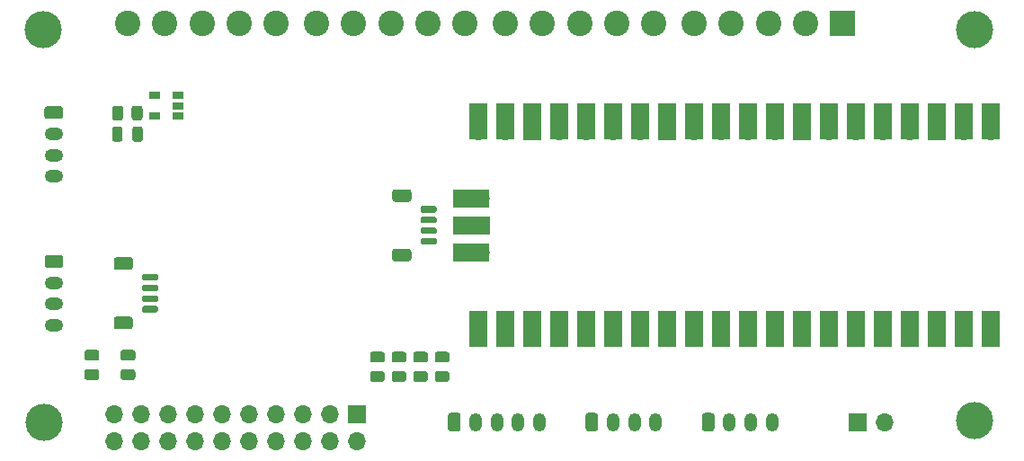
<source format=gts>
G04 #@! TF.GenerationSoftware,KiCad,Pcbnew,(5.1.12)-1*
G04 #@! TF.CreationDate,2021-12-05T18:21:47-06:00*
G04 #@! TF.ProjectId,PicoFightingBoard,5069636f-4669-4676-9874-696e67426f61,rev?*
G04 #@! TF.SameCoordinates,Original*
G04 #@! TF.FileFunction,Soldermask,Top*
G04 #@! TF.FilePolarity,Negative*
%FSLAX46Y46*%
G04 Gerber Fmt 4.6, Leading zero omitted, Abs format (unit mm)*
G04 Created by KiCad (PCBNEW (5.1.12)-1) date 2021-12-05 18:21:47*
%MOMM*%
%LPD*%
G01*
G04 APERTURE LIST*
%ADD10O,1.750000X1.200000*%
%ADD11C,2.400000*%
%ADD12R,2.400000X2.400000*%
%ADD13R,1.060000X0.650000*%
%ADD14C,3.500000*%
%ADD15R,1.700000X1.700000*%
%ADD16O,1.700000X1.700000*%
%ADD17O,1.200000X1.750000*%
%ADD18R,3.500000X1.700000*%
%ADD19R,1.700000X3.500000*%
G04 APERTURE END LIST*
G36*
G01*
X107985399Y-104403600D02*
X109235401Y-104403600D01*
G75*
G02*
X109485400Y-104653599I0J-249999D01*
G01*
X109485400Y-105353601D01*
G75*
G02*
X109235401Y-105603600I-249999J0D01*
G01*
X107985399Y-105603600D01*
G75*
G02*
X107735400Y-105353601I0J249999D01*
G01*
X107735400Y-104653599D01*
G75*
G02*
X107985399Y-104403600I249999J0D01*
G01*
G37*
D10*
X108610400Y-107003600D03*
X108610400Y-109003600D03*
X108610400Y-111003600D03*
D11*
X115540000Y-82550000D03*
X119040000Y-82550000D03*
X122540000Y-82550000D03*
X126040000Y-82550000D03*
X129540000Y-82550000D03*
X133320000Y-82550000D03*
X136820000Y-82550000D03*
X140320000Y-82550000D03*
X143820000Y-82550000D03*
X147320000Y-82550000D03*
X151100000Y-82550000D03*
X154600000Y-82550000D03*
X158100000Y-82550000D03*
X161600000Y-82550000D03*
X165100000Y-82550000D03*
X168880000Y-82550000D03*
X172380000Y-82550000D03*
X175880000Y-82550000D03*
X179380000Y-82550000D03*
D12*
X182880000Y-82550000D03*
D13*
X120276800Y-91272400D03*
X120276800Y-90322400D03*
X120276800Y-89372400D03*
X118076800Y-89372400D03*
X118076800Y-91272400D03*
D14*
X195326000Y-83185000D03*
X195326000Y-120015000D03*
X107696000Y-120142000D03*
X107569000Y-83185000D03*
D15*
X137160000Y-119380000D03*
D16*
X137160000Y-121920000D03*
X134620000Y-119380000D03*
X134620000Y-121920000D03*
X132080000Y-119380000D03*
X132080000Y-121920000D03*
X129540000Y-119380000D03*
X129540000Y-121920000D03*
X127000000Y-119380000D03*
X127000000Y-121920000D03*
X124460000Y-119380000D03*
X124460000Y-121920000D03*
X121920000Y-119380000D03*
X121920000Y-121920000D03*
X119380000Y-119380000D03*
X119380000Y-121920000D03*
X116840000Y-119380000D03*
X116840000Y-121920000D03*
X114300000Y-119380000D03*
X114300000Y-121920000D03*
G36*
G01*
X145704000Y-120767001D02*
X145704000Y-119516999D01*
G75*
G02*
X145953999Y-119267000I249999J0D01*
G01*
X146654001Y-119267000D01*
G75*
G02*
X146904000Y-119516999I0J-249999D01*
G01*
X146904000Y-120767001D01*
G75*
G02*
X146654001Y-121017000I-249999J0D01*
G01*
X145953999Y-121017000D01*
G75*
G02*
X145704000Y-120767001I0J249999D01*
G01*
G37*
D17*
X148304000Y-120142000D03*
X150304000Y-120142000D03*
X152304000Y-120142000D03*
X154304000Y-120142000D03*
G36*
G01*
X138614998Y-113510000D02*
X139515002Y-113510000D01*
G75*
G02*
X139765000Y-113759998I0J-249998D01*
G01*
X139765000Y-114285002D01*
G75*
G02*
X139515002Y-114535000I-249998J0D01*
G01*
X138614998Y-114535000D01*
G75*
G02*
X138365000Y-114285002I0J249998D01*
G01*
X138365000Y-113759998D01*
G75*
G02*
X138614998Y-113510000I249998J0D01*
G01*
G37*
G36*
G01*
X138614998Y-115335000D02*
X139515002Y-115335000D01*
G75*
G02*
X139765000Y-115584998I0J-249998D01*
G01*
X139765000Y-116110002D01*
G75*
G02*
X139515002Y-116360000I-249998J0D01*
G01*
X138614998Y-116360000D01*
G75*
G02*
X138365000Y-116110002I0J249998D01*
G01*
X138365000Y-115584998D01*
G75*
G02*
X138614998Y-115335000I249998J0D01*
G01*
G37*
G36*
G01*
X140646998Y-115335000D02*
X141547002Y-115335000D01*
G75*
G02*
X141797000Y-115584998I0J-249998D01*
G01*
X141797000Y-116110002D01*
G75*
G02*
X141547002Y-116360000I-249998J0D01*
G01*
X140646998Y-116360000D01*
G75*
G02*
X140397000Y-116110002I0J249998D01*
G01*
X140397000Y-115584998D01*
G75*
G02*
X140646998Y-115335000I249998J0D01*
G01*
G37*
G36*
G01*
X140646998Y-113510000D02*
X141547002Y-113510000D01*
G75*
G02*
X141797000Y-113759998I0J-249998D01*
G01*
X141797000Y-114285002D01*
G75*
G02*
X141547002Y-114535000I-249998J0D01*
G01*
X140646998Y-114535000D01*
G75*
G02*
X140397000Y-114285002I0J249998D01*
G01*
X140397000Y-113759998D01*
G75*
G02*
X140646998Y-113510000I249998J0D01*
G01*
G37*
G36*
G01*
X142678998Y-113510000D02*
X143579002Y-113510000D01*
G75*
G02*
X143829000Y-113759998I0J-249998D01*
G01*
X143829000Y-114285002D01*
G75*
G02*
X143579002Y-114535000I-249998J0D01*
G01*
X142678998Y-114535000D01*
G75*
G02*
X142429000Y-114285002I0J249998D01*
G01*
X142429000Y-113759998D01*
G75*
G02*
X142678998Y-113510000I249998J0D01*
G01*
G37*
G36*
G01*
X142678998Y-115335000D02*
X143579002Y-115335000D01*
G75*
G02*
X143829000Y-115584998I0J-249998D01*
G01*
X143829000Y-116110002D01*
G75*
G02*
X143579002Y-116360000I-249998J0D01*
G01*
X142678998Y-116360000D01*
G75*
G02*
X142429000Y-116110002I0J249998D01*
G01*
X142429000Y-115584998D01*
G75*
G02*
X142678998Y-115335000I249998J0D01*
G01*
G37*
G36*
G01*
X144710998Y-115335000D02*
X145611002Y-115335000D01*
G75*
G02*
X145861000Y-115584998I0J-249998D01*
G01*
X145861000Y-116110002D01*
G75*
G02*
X145611002Y-116360000I-249998J0D01*
G01*
X144710998Y-116360000D01*
G75*
G02*
X144461000Y-116110002I0J249998D01*
G01*
X144461000Y-115584998D01*
G75*
G02*
X144710998Y-115335000I249998J0D01*
G01*
G37*
G36*
G01*
X144710998Y-113510000D02*
X145611002Y-113510000D01*
G75*
G02*
X145861000Y-113759998I0J-249998D01*
G01*
X145861000Y-114285002D01*
G75*
G02*
X145611002Y-114535000I-249998J0D01*
G01*
X144710998Y-114535000D01*
G75*
G02*
X144461000Y-114285002I0J249998D01*
G01*
X144461000Y-113759998D01*
G75*
G02*
X144710998Y-113510000I249998J0D01*
G01*
G37*
D16*
X148820000Y-104140000D03*
D18*
X147920000Y-104140000D03*
D15*
X148820000Y-101600000D03*
D18*
X147920000Y-101600000D03*
D16*
X148820000Y-99060000D03*
D18*
X147920000Y-99060000D03*
D19*
X148590000Y-111390000D03*
X151130000Y-111390000D03*
X153670000Y-111390000D03*
X156210000Y-111390000D03*
X158750000Y-111390000D03*
X161290000Y-111390000D03*
X163830000Y-111390000D03*
X166370000Y-111390000D03*
X168910000Y-111390000D03*
X171450000Y-111390000D03*
X173990000Y-111390000D03*
X176530000Y-111390000D03*
X179070000Y-111390000D03*
X181610000Y-111390000D03*
X184150000Y-111390000D03*
X186690000Y-111390000D03*
X189230000Y-111390000D03*
X191770000Y-111390000D03*
X194310000Y-111390000D03*
X196850000Y-111390000D03*
X148590000Y-91810000D03*
X151130000Y-91810000D03*
X153670000Y-91810000D03*
X156210000Y-91810000D03*
X158750000Y-91810000D03*
X161290000Y-91810000D03*
X163830000Y-91810000D03*
X166370000Y-91810000D03*
X168910000Y-91810000D03*
X171450000Y-91810000D03*
X173990000Y-91810000D03*
X176530000Y-91810000D03*
X179070000Y-91810000D03*
X181610000Y-91810000D03*
X184150000Y-91810000D03*
X186690000Y-91810000D03*
X189230000Y-91810000D03*
X191770000Y-91810000D03*
X194310000Y-91810000D03*
X196850000Y-91810000D03*
D16*
X196850000Y-110490000D03*
X194310000Y-110490000D03*
D15*
X191770000Y-110490000D03*
D16*
X189230000Y-110490000D03*
X186690000Y-110490000D03*
X184150000Y-110490000D03*
X181610000Y-110490000D03*
D15*
X179070000Y-110490000D03*
D16*
X176530000Y-110490000D03*
X173990000Y-110490000D03*
X171450000Y-110490000D03*
X168910000Y-110490000D03*
D15*
X166370000Y-110490000D03*
D16*
X163830000Y-110490000D03*
X161290000Y-110490000D03*
X158750000Y-110490000D03*
X156210000Y-110490000D03*
D15*
X153670000Y-110490000D03*
D16*
X151130000Y-110490000D03*
X148590000Y-110490000D03*
X148590000Y-92710000D03*
X151130000Y-92710000D03*
D15*
X153670000Y-92710000D03*
D16*
X156210000Y-92710000D03*
X158750000Y-92710000D03*
X161290000Y-92710000D03*
X163830000Y-92710000D03*
D15*
X166370000Y-92710000D03*
D16*
X168910000Y-92710000D03*
X171450000Y-92710000D03*
X173990000Y-92710000D03*
X176530000Y-92710000D03*
D15*
X179070000Y-92710000D03*
D16*
X181610000Y-92710000D03*
X184150000Y-92710000D03*
X186690000Y-92710000D03*
X189230000Y-92710000D03*
D15*
X191770000Y-92710000D03*
D16*
X194310000Y-92710000D03*
X196850000Y-92710000D03*
G36*
G01*
X158658000Y-120717000D02*
X158658000Y-119567000D01*
G75*
G02*
X158958000Y-119267000I300000J0D01*
G01*
X159558000Y-119267000D01*
G75*
G02*
X159858000Y-119567000I0J-300000D01*
G01*
X159858000Y-120717000D01*
G75*
G02*
X159558000Y-121017000I-300000J0D01*
G01*
X158958000Y-121017000D01*
G75*
G02*
X158658000Y-120717000I0J300000D01*
G01*
G37*
D17*
X161258000Y-120142000D03*
X163258000Y-120142000D03*
X165258000Y-120142000D03*
G36*
G01*
X115782001Y-105800800D02*
X114481999Y-105800800D01*
G75*
G02*
X114232000Y-105550801I0J249999D01*
G01*
X114232000Y-104850799D01*
G75*
G02*
X114481999Y-104600800I249999J0D01*
G01*
X115782001Y-104600800D01*
G75*
G02*
X116032000Y-104850799I0J-249999D01*
G01*
X116032000Y-105550801D01*
G75*
G02*
X115782001Y-105800800I-249999J0D01*
G01*
G37*
G36*
G01*
X115782001Y-111400800D02*
X114481999Y-111400800D01*
G75*
G02*
X114232000Y-111150801I0J249999D01*
G01*
X114232000Y-110450799D01*
G75*
G02*
X114481999Y-110200800I249999J0D01*
G01*
X115782001Y-110200800D01*
G75*
G02*
X116032000Y-110450799I0J-249999D01*
G01*
X116032000Y-111150801D01*
G75*
G02*
X115782001Y-111400800I-249999J0D01*
G01*
G37*
G36*
G01*
X118282000Y-106800800D02*
X117032000Y-106800800D01*
G75*
G02*
X116882000Y-106650800I0J150000D01*
G01*
X116882000Y-106350800D01*
G75*
G02*
X117032000Y-106200800I150000J0D01*
G01*
X118282000Y-106200800D01*
G75*
G02*
X118432000Y-106350800I0J-150000D01*
G01*
X118432000Y-106650800D01*
G75*
G02*
X118282000Y-106800800I-150000J0D01*
G01*
G37*
G36*
G01*
X118282000Y-107800800D02*
X117032000Y-107800800D01*
G75*
G02*
X116882000Y-107650800I0J150000D01*
G01*
X116882000Y-107350800D01*
G75*
G02*
X117032000Y-107200800I150000J0D01*
G01*
X118282000Y-107200800D01*
G75*
G02*
X118432000Y-107350800I0J-150000D01*
G01*
X118432000Y-107650800D01*
G75*
G02*
X118282000Y-107800800I-150000J0D01*
G01*
G37*
G36*
G01*
X118282000Y-108800800D02*
X117032000Y-108800800D01*
G75*
G02*
X116882000Y-108650800I0J150000D01*
G01*
X116882000Y-108350800D01*
G75*
G02*
X117032000Y-108200800I150000J0D01*
G01*
X118282000Y-108200800D01*
G75*
G02*
X118432000Y-108350800I0J-150000D01*
G01*
X118432000Y-108650800D01*
G75*
G02*
X118282000Y-108800800I-150000J0D01*
G01*
G37*
G36*
G01*
X118282000Y-109800800D02*
X117032000Y-109800800D01*
G75*
G02*
X116882000Y-109650800I0J150000D01*
G01*
X116882000Y-109350800D01*
G75*
G02*
X117032000Y-109200800I150000J0D01*
G01*
X118282000Y-109200800D01*
G75*
G02*
X118432000Y-109350800I0J-150000D01*
G01*
X118432000Y-109650800D01*
G75*
G02*
X118282000Y-109800800I-150000J0D01*
G01*
G37*
G36*
G01*
X116944200Y-90583598D02*
X116944200Y-91483602D01*
G75*
G02*
X116694202Y-91733600I-249998J0D01*
G01*
X116169198Y-91733600D01*
G75*
G02*
X115919200Y-91483602I0J249998D01*
G01*
X115919200Y-90583598D01*
G75*
G02*
X116169198Y-90333600I249998J0D01*
G01*
X116694202Y-90333600D01*
G75*
G02*
X116944200Y-90583598I0J-249998D01*
G01*
G37*
G36*
G01*
X115119200Y-90583598D02*
X115119200Y-91483602D01*
G75*
G02*
X114869202Y-91733600I-249998J0D01*
G01*
X114344198Y-91733600D01*
G75*
G02*
X114094200Y-91483602I0J249998D01*
G01*
X114094200Y-90583598D01*
G75*
G02*
X114344198Y-90333600I249998J0D01*
G01*
X114869202Y-90333600D01*
G75*
G02*
X115119200Y-90583598I0J-249998D01*
G01*
G37*
D15*
X184277000Y-120142000D03*
D16*
X186817000Y-120142000D03*
G36*
G01*
X169612000Y-120717000D02*
X169612000Y-119567000D01*
G75*
G02*
X169912000Y-119267000I300000J0D01*
G01*
X170512000Y-119267000D01*
G75*
G02*
X170812000Y-119567000I0J-300000D01*
G01*
X170812000Y-120717000D01*
G75*
G02*
X170512000Y-121017000I-300000J0D01*
G01*
X169912000Y-121017000D01*
G75*
G02*
X169612000Y-120717000I0J300000D01*
G01*
G37*
D17*
X172212000Y-120142000D03*
X174212000Y-120142000D03*
X176212000Y-120142000D03*
G36*
G01*
X107959999Y-90382800D02*
X109210001Y-90382800D01*
G75*
G02*
X109460000Y-90632799I0J-249999D01*
G01*
X109460000Y-91332801D01*
G75*
G02*
X109210001Y-91582800I-249999J0D01*
G01*
X107959999Y-91582800D01*
G75*
G02*
X107710000Y-91332801I0J249999D01*
G01*
X107710000Y-90632799D01*
G75*
G02*
X107959999Y-90382800I249999J0D01*
G01*
G37*
D10*
X108585000Y-92982800D03*
X108585000Y-94982800D03*
X108585000Y-96982800D03*
G36*
G01*
X144507500Y-103400000D02*
X143257500Y-103400000D01*
G75*
G02*
X143107500Y-103250000I0J150000D01*
G01*
X143107500Y-102950000D01*
G75*
G02*
X143257500Y-102800000I150000J0D01*
G01*
X144507500Y-102800000D01*
G75*
G02*
X144657500Y-102950000I0J-150000D01*
G01*
X144657500Y-103250000D01*
G75*
G02*
X144507500Y-103400000I-150000J0D01*
G01*
G37*
G36*
G01*
X144507500Y-102400000D02*
X143257500Y-102400000D01*
G75*
G02*
X143107500Y-102250000I0J150000D01*
G01*
X143107500Y-101950000D01*
G75*
G02*
X143257500Y-101800000I150000J0D01*
G01*
X144507500Y-101800000D01*
G75*
G02*
X144657500Y-101950000I0J-150000D01*
G01*
X144657500Y-102250000D01*
G75*
G02*
X144507500Y-102400000I-150000J0D01*
G01*
G37*
G36*
G01*
X144507500Y-101400000D02*
X143257500Y-101400000D01*
G75*
G02*
X143107500Y-101250000I0J150000D01*
G01*
X143107500Y-100950000D01*
G75*
G02*
X143257500Y-100800000I150000J0D01*
G01*
X144507500Y-100800000D01*
G75*
G02*
X144657500Y-100950000I0J-150000D01*
G01*
X144657500Y-101250000D01*
G75*
G02*
X144507500Y-101400000I-150000J0D01*
G01*
G37*
G36*
G01*
X144507500Y-100400000D02*
X143257500Y-100400000D01*
G75*
G02*
X143107500Y-100250000I0J150000D01*
G01*
X143107500Y-99950000D01*
G75*
G02*
X143257500Y-99800000I150000J0D01*
G01*
X144507500Y-99800000D01*
G75*
G02*
X144657500Y-99950000I0J-150000D01*
G01*
X144657500Y-100250000D01*
G75*
G02*
X144507500Y-100400000I-150000J0D01*
G01*
G37*
G36*
G01*
X142007501Y-105000000D02*
X140707499Y-105000000D01*
G75*
G02*
X140457500Y-104750001I0J249999D01*
G01*
X140457500Y-104049999D01*
G75*
G02*
X140707499Y-103800000I249999J0D01*
G01*
X142007501Y-103800000D01*
G75*
G02*
X142257500Y-104049999I0J-249999D01*
G01*
X142257500Y-104750001D01*
G75*
G02*
X142007501Y-105000000I-249999J0D01*
G01*
G37*
G36*
G01*
X142007501Y-99400000D02*
X140707499Y-99400000D01*
G75*
G02*
X140457500Y-99150001I0J249999D01*
G01*
X140457500Y-98449999D01*
G75*
G02*
X140707499Y-98200000I249999J0D01*
G01*
X142007501Y-98200000D01*
G75*
G02*
X142257500Y-98449999I0J-249999D01*
G01*
X142257500Y-99150001D01*
G75*
G02*
X142007501Y-99400000I-249999J0D01*
G01*
G37*
G36*
G01*
X114069200Y-93489800D02*
X114069200Y-92539800D01*
G75*
G02*
X114319200Y-92289800I250000J0D01*
G01*
X114819200Y-92289800D01*
G75*
G02*
X115069200Y-92539800I0J-250000D01*
G01*
X115069200Y-93489800D01*
G75*
G02*
X114819200Y-93739800I-250000J0D01*
G01*
X114319200Y-93739800D01*
G75*
G02*
X114069200Y-93489800I0J250000D01*
G01*
G37*
G36*
G01*
X115969200Y-93489800D02*
X115969200Y-92539800D01*
G75*
G02*
X116219200Y-92289800I250000J0D01*
G01*
X116719200Y-92289800D01*
G75*
G02*
X116969200Y-92539800I0J-250000D01*
G01*
X116969200Y-93489800D01*
G75*
G02*
X116719200Y-93739800I-250000J0D01*
G01*
X116219200Y-93739800D01*
G75*
G02*
X115969200Y-93489800I0J250000D01*
G01*
G37*
G36*
G01*
X112616401Y-114357200D02*
X111716399Y-114357200D01*
G75*
G02*
X111466400Y-114107201I0J249999D01*
G01*
X111466400Y-113582199D01*
G75*
G02*
X111716399Y-113332200I249999J0D01*
G01*
X112616401Y-113332200D01*
G75*
G02*
X112866400Y-113582199I0J-249999D01*
G01*
X112866400Y-114107201D01*
G75*
G02*
X112616401Y-114357200I-249999J0D01*
G01*
G37*
G36*
G01*
X112616401Y-116182200D02*
X111716399Y-116182200D01*
G75*
G02*
X111466400Y-115932201I0J249999D01*
G01*
X111466400Y-115407199D01*
G75*
G02*
X111716399Y-115157200I249999J0D01*
G01*
X112616401Y-115157200D01*
G75*
G02*
X112866400Y-115407199I0J-249999D01*
G01*
X112866400Y-115932201D01*
G75*
G02*
X112616401Y-116182200I-249999J0D01*
G01*
G37*
G36*
G01*
X116020001Y-114357200D02*
X115119999Y-114357200D01*
G75*
G02*
X114870000Y-114107201I0J249999D01*
G01*
X114870000Y-113582199D01*
G75*
G02*
X115119999Y-113332200I249999J0D01*
G01*
X116020001Y-113332200D01*
G75*
G02*
X116270000Y-113582199I0J-249999D01*
G01*
X116270000Y-114107201D01*
G75*
G02*
X116020001Y-114357200I-249999J0D01*
G01*
G37*
G36*
G01*
X116020001Y-116182200D02*
X115119999Y-116182200D01*
G75*
G02*
X114870000Y-115932201I0J249999D01*
G01*
X114870000Y-115407199D01*
G75*
G02*
X115119999Y-115157200I249999J0D01*
G01*
X116020001Y-115157200D01*
G75*
G02*
X116270000Y-115407199I0J-249999D01*
G01*
X116270000Y-115932201D01*
G75*
G02*
X116020001Y-116182200I-249999J0D01*
G01*
G37*
M02*

</source>
